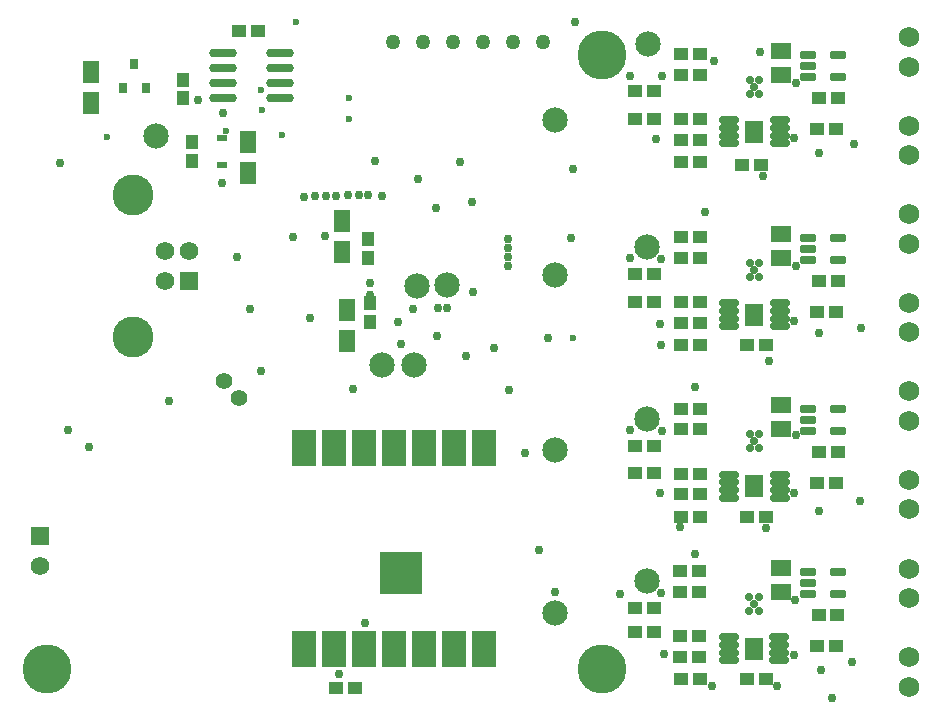
<source format=gbs>
G04*
G04 #@! TF.GenerationSoftware,Altium Limited,Altium Designer,24.8.2 (39)*
G04*
G04 Layer_Color=16711935*
%FSLAX44Y44*%
%MOMM*%
G71*
G04*
G04 #@! TF.SameCoordinates,DE467F84-66AF-4C6A-BC95-973404F0CDF1*
G04*
G04*
G04 #@! TF.FilePolarity,Negative*
G04*
G01*
G75*
%ADD40R,0.8300X0.6300*%
%ADD42C,2.1500*%
%ADD46R,1.1500X1.1000*%
%ADD47R,1.5800X1.9100*%
G04:AMPARAMS|DCode=48|XSize=1.62mm|YSize=0.63mm|CornerRadius=0.135mm|HoleSize=0mm|Usage=FLASHONLY|Rotation=0.000|XOffset=0mm|YOffset=0mm|HoleType=Round|Shape=RoundedRectangle|*
%AMROUNDEDRECTD48*
21,1,1.6200,0.3600,0,0,0.0*
21,1,1.3500,0.6300,0,0,0.0*
1,1,0.2700,0.6750,-0.1800*
1,1,0.2700,-0.6750,-0.1800*
1,1,0.2700,-0.6750,0.1800*
1,1,0.2700,0.6750,0.1800*
%
%ADD48ROUNDEDRECTD48*%
G04:AMPARAMS|DCode=49|XSize=1.31mm|YSize=0.69mm|CornerRadius=0.1238mm|HoleSize=0mm|Usage=FLASHONLY|Rotation=0.000|XOffset=0mm|YOffset=0mm|HoleType=Round|Shape=RoundedRectangle|*
%AMROUNDEDRECTD49*
21,1,1.3100,0.4425,0,0,0.0*
21,1,1.0625,0.6900,0,0,0.0*
1,1,0.2475,0.5313,-0.2213*
1,1,0.2475,-0.5313,-0.2213*
1,1,0.2475,-0.5313,0.2213*
1,1,0.2475,0.5313,0.2213*
%
%ADD49ROUNDEDRECTD49*%
%ADD50R,1.1000X1.1500*%
%ADD53R,1.7502X1.4200*%
%ADD54R,1.3800X1.9500*%
%ADD57C,4.1500*%
%ADD58C,1.2700*%
%ADD59C,1.7500*%
%ADD60C,1.5780*%
%ADD61R,1.5780X1.5780*%
%ADD62C,3.4660*%
%ADD63R,1.5700X1.5700*%
%ADD64C,1.5700*%
%ADD65C,0.6000*%
%ADD66C,0.7500*%
%ADD67C,1.4200*%
%ADD68C,0.7000*%
%ADD89R,0.8000X0.9000*%
%ADD90R,1.0582X1.3061*%
%ADD91R,2.1000X3.1000*%
%ADD92R,2.1000X3.1000*%
%ADD93R,3.6500X3.6500*%
%ADD94O,2.3500X0.7500*%
D40*
X178000Y466850D02*
D03*
Y489150D02*
D03*
D42*
X539000Y569000D02*
D03*
X368629Y364767D02*
D03*
X460000Y505000D02*
D03*
Y373534D02*
D03*
Y225000D02*
D03*
Y87255D02*
D03*
X343000Y364000D02*
D03*
X341000Y297000D02*
D03*
X314000D02*
D03*
X538000Y252000D02*
D03*
X537779Y114255D02*
D03*
X538000Y397000D02*
D03*
X122000Y491000D02*
D03*
D46*
X582500Y487750D02*
D03*
X566500D02*
D03*
X544000Y374000D02*
D03*
X528000D02*
D03*
X566500Y405250D02*
D03*
X582500D02*
D03*
X291000Y24000D02*
D03*
X275000D02*
D03*
X697779Y59255D02*
D03*
X681779D02*
D03*
X527932Y71240D02*
D03*
X543932D02*
D03*
X683279Y85506D02*
D03*
X699279D02*
D03*
X527779Y91255D02*
D03*
X543779D02*
D03*
X566278Y50005D02*
D03*
X582279D02*
D03*
X582279Y122506D02*
D03*
X566279D02*
D03*
X622779Y31256D02*
D03*
X638778D02*
D03*
X566278Y67505D02*
D03*
X582279D02*
D03*
X582779Y31256D02*
D03*
X566779D02*
D03*
X566278Y105006D02*
D03*
X582279D02*
D03*
X566500Y260250D02*
D03*
X582500D02*
D03*
X618849Y467000D02*
D03*
X634849D02*
D03*
X544000Y229000D02*
D03*
X528000D02*
D03*
X544000Y206000D02*
D03*
X528000D02*
D03*
Y529000D02*
D03*
X544000D02*
D03*
X528000Y506000D02*
D03*
X544000D02*
D03*
X682000Y197000D02*
D03*
X698000D02*
D03*
X699500Y223250D02*
D03*
X683500D02*
D03*
X582500Y560250D02*
D03*
X566500D02*
D03*
X683500Y523250D02*
D03*
X699500D02*
D03*
X698000Y497000D02*
D03*
X682000D02*
D03*
X582500Y187750D02*
D03*
X566500D02*
D03*
X639000Y169000D02*
D03*
X623000D02*
D03*
X566500Y542750D02*
D03*
X582500D02*
D03*
Y242750D02*
D03*
X566500D02*
D03*
X567000Y169000D02*
D03*
X583000D02*
D03*
X582500Y205250D02*
D03*
X566500D02*
D03*
Y332750D02*
D03*
X582500D02*
D03*
X566500Y350250D02*
D03*
X582500D02*
D03*
X583000Y314000D02*
D03*
X567000D02*
D03*
X528000Y351000D02*
D03*
X544000D02*
D03*
X566500Y387750D02*
D03*
X582500D02*
D03*
X583000Y469000D02*
D03*
X567000D02*
D03*
X566500Y505250D02*
D03*
X582500D02*
D03*
X623000Y314000D02*
D03*
X639000D02*
D03*
X698000Y342000D02*
D03*
X682000D02*
D03*
X683500Y368250D02*
D03*
X699500D02*
D03*
X209000Y580000D02*
D03*
X193000D02*
D03*
D47*
X628628Y57088D02*
D03*
X628849Y194833D02*
D03*
Y339833D02*
D03*
Y494833D02*
D03*
D48*
X650128Y47338D02*
D03*
Y53838D02*
D03*
Y60338D02*
D03*
Y66838D02*
D03*
X607128D02*
D03*
Y60338D02*
D03*
Y53838D02*
D03*
Y47338D02*
D03*
X650349Y185083D02*
D03*
Y191583D02*
D03*
Y198083D02*
D03*
Y204583D02*
D03*
X607349D02*
D03*
Y198083D02*
D03*
Y191583D02*
D03*
Y185083D02*
D03*
X650349Y330083D02*
D03*
Y336583D02*
D03*
Y343083D02*
D03*
Y349583D02*
D03*
X607349D02*
D03*
Y343083D02*
D03*
Y336583D02*
D03*
Y330083D02*
D03*
X650349Y485083D02*
D03*
Y491583D02*
D03*
Y498083D02*
D03*
Y504583D02*
D03*
X607349D02*
D03*
Y498083D02*
D03*
Y491583D02*
D03*
Y485083D02*
D03*
D49*
X699590Y103288D02*
D03*
Y122289D02*
D03*
X674490D02*
D03*
Y112788D02*
D03*
Y103288D02*
D03*
X699811Y386033D02*
D03*
Y405033D02*
D03*
X674712D02*
D03*
Y395533D02*
D03*
Y386033D02*
D03*
Y541033D02*
D03*
Y550533D02*
D03*
Y560033D02*
D03*
X699811D02*
D03*
Y541033D02*
D03*
Y241033D02*
D03*
Y260033D02*
D03*
X674712D02*
D03*
Y250533D02*
D03*
Y241033D02*
D03*
D50*
X302000Y403800D02*
D03*
Y387800D02*
D03*
X303416Y333779D02*
D03*
Y349779D02*
D03*
X145000Y539000D02*
D03*
Y523000D02*
D03*
D53*
X651117Y105345D02*
D03*
Y125666D02*
D03*
X651338Y263410D02*
D03*
Y243090D02*
D03*
Y543090D02*
D03*
Y563410D02*
D03*
Y408410D02*
D03*
Y388090D02*
D03*
D54*
X284000Y317800D02*
D03*
Y344000D02*
D03*
X280000Y392900D02*
D03*
Y419100D02*
D03*
X200000Y459900D02*
D03*
Y486100D02*
D03*
X67000Y518900D02*
D03*
Y545100D02*
D03*
D57*
X30000Y40000D02*
D03*
X500000D02*
D03*
Y560000D02*
D03*
D58*
X449600Y571000D02*
D03*
X424200D02*
D03*
X398800D02*
D03*
X373400D02*
D03*
X348000D02*
D03*
X322600D02*
D03*
D59*
X760000Y25000D02*
D03*
Y50000D02*
D03*
Y175000D02*
D03*
Y200000D02*
D03*
Y325000D02*
D03*
Y350000D02*
D03*
Y475000D02*
D03*
Y500000D02*
D03*
Y100000D02*
D03*
Y125000D02*
D03*
Y250000D02*
D03*
Y275000D02*
D03*
Y400000D02*
D03*
Y425000D02*
D03*
Y550000D02*
D03*
Y575000D02*
D03*
D60*
X150000Y393700D02*
D03*
X130000D02*
D03*
Y368700D02*
D03*
D61*
X150000D02*
D03*
D62*
X102900Y441400D02*
D03*
Y321000D02*
D03*
D63*
X24000Y152700D02*
D03*
D64*
Y127300D02*
D03*
D65*
X229000Y492000D02*
D03*
X81000Y490000D02*
D03*
X241000Y588000D02*
D03*
X286000Y506000D02*
D03*
X285613Y523500D02*
D03*
X212000Y513000D02*
D03*
X211000Y530000D02*
D03*
X475000Y320000D02*
D03*
X182000Y495820D02*
D03*
D66*
X361055Y345420D02*
D03*
X253000Y337000D02*
D03*
X211000Y292000D02*
D03*
X344444Y455000D02*
D03*
X447000Y141000D02*
D03*
X434857Y222441D02*
D03*
X552516Y52993D02*
D03*
X460000Y105000D02*
D03*
X566279Y160000D02*
D03*
X420000Y381000D02*
D03*
X473888Y405000D02*
D03*
X475000Y463000D02*
D03*
X477000Y588000D02*
D03*
X454000Y320000D02*
D03*
X550000Y314000D02*
D03*
X368629Y345682D02*
D03*
X265000Y406452D02*
D03*
X636000Y457000D02*
D03*
X330000Y315000D02*
D03*
X277000Y36000D02*
D03*
X238286Y406000D02*
D03*
X587000Y427000D02*
D03*
X684000Y476434D02*
D03*
X713000Y484000D02*
D03*
X662579Y489216D02*
D03*
X663865Y535994D02*
D03*
X662579Y334216D02*
D03*
X719000Y329000D02*
D03*
X718000Y182000D02*
D03*
X592779Y25286D02*
D03*
X647779D02*
D03*
X695000Y15000D02*
D03*
X685000Y38689D02*
D03*
X662357Y51471D02*
D03*
X663312Y98195D02*
D03*
X662579Y189216D02*
D03*
X257000Y440367D02*
D03*
X266000D02*
D03*
X274895Y440158D02*
D03*
X247680Y439720D02*
D03*
X359444Y430000D02*
D03*
X420000Y396000D02*
D03*
Y388730D02*
D03*
Y403800D02*
D03*
X385016Y305000D02*
D03*
X339730Y345000D02*
D03*
X47571Y242500D02*
D03*
X421000Y276000D02*
D03*
X289134Y277000D02*
D03*
X639000Y159266D02*
D03*
X408224Y311876D02*
D03*
X303352Y367066D02*
D03*
X191000Y389000D02*
D03*
X202000Y345000D02*
D03*
X391000Y359000D02*
D03*
X299000Y79000D02*
D03*
X712000Y46000D02*
D03*
X578295Y137000D02*
D03*
X683500Y174000D02*
D03*
X524000Y387750D02*
D03*
X549484Y386713D02*
D03*
X578516Y278638D02*
D03*
X641000Y301000D02*
D03*
X683864Y324018D02*
D03*
X360000Y322000D02*
D03*
X380000Y469000D02*
D03*
X701934Y368250D02*
D03*
X700000Y223250D02*
D03*
X699279Y85506D02*
D03*
X514779Y103256D02*
D03*
X550279Y103969D02*
D03*
X701273Y523250D02*
D03*
X664000Y237745D02*
D03*
X663842Y380943D02*
D03*
X545684Y488882D02*
D03*
X524000Y242000D02*
D03*
X550500Y541713D02*
D03*
X595000Y555000D02*
D03*
X524000Y541713D02*
D03*
X633849Y562307D02*
D03*
X549000Y188882D02*
D03*
X550500Y241713D02*
D03*
X549000Y332000D02*
D03*
X179000Y511000D02*
D03*
X66000Y228000D02*
D03*
X133000Y267000D02*
D03*
X41000Y468000D02*
D03*
X178000Y451000D02*
D03*
X303416Y356970D02*
D03*
X327000Y334000D02*
D03*
X308000Y470000D02*
D03*
X158000Y522000D02*
D03*
X314000Y440000D02*
D03*
X302000Y441000D02*
D03*
X294000D02*
D03*
X285000D02*
D03*
X390000Y435000D02*
D03*
D67*
X193000Y269000D02*
D03*
X180000Y284000D02*
D03*
D68*
X628628Y57088D02*
D03*
X624628Y51088D02*
D03*
X632628D02*
D03*
Y63088D02*
D03*
X624628D02*
D03*
X628849Y194833D02*
D03*
X624849Y188833D02*
D03*
X632849D02*
D03*
Y200833D02*
D03*
X624849D02*
D03*
X628849Y339833D02*
D03*
X624849Y333833D02*
D03*
X632849D02*
D03*
Y345833D02*
D03*
X624849D02*
D03*
X628849Y494833D02*
D03*
X624849Y488833D02*
D03*
X632849D02*
D03*
Y500833D02*
D03*
X624849D02*
D03*
X628628Y95000D02*
D03*
X624628Y101000D02*
D03*
X632628D02*
D03*
Y89000D02*
D03*
X624628D02*
D03*
X628849Y232745D02*
D03*
X624849Y238745D02*
D03*
X632849D02*
D03*
Y226745D02*
D03*
X624849D02*
D03*
X628849Y377745D02*
D03*
X624849Y383745D02*
D03*
X632849D02*
D03*
Y371745D02*
D03*
X624849D02*
D03*
X628849Y532744D02*
D03*
X624849Y538745D02*
D03*
X632849D02*
D03*
Y526744D02*
D03*
X624849D02*
D03*
D89*
X104000Y552000D02*
D03*
X94500Y532000D02*
D03*
X113500D02*
D03*
D90*
X153000Y485761D02*
D03*
Y470239D02*
D03*
D91*
X247800Y227000D02*
D03*
D92*
X324000D02*
D03*
X298600D02*
D03*
X273200D02*
D03*
X349400D02*
D03*
X374800D02*
D03*
X400200D02*
D03*
X247800Y57000D02*
D03*
X273200D02*
D03*
X298600D02*
D03*
X349400D02*
D03*
X374800D02*
D03*
X400200D02*
D03*
X324000D02*
D03*
D93*
X330000Y121000D02*
D03*
D94*
X179000Y522950D02*
D03*
Y535650D02*
D03*
Y548350D02*
D03*
Y561050D02*
D03*
X227000Y522950D02*
D03*
Y535650D02*
D03*
Y548350D02*
D03*
Y561050D02*
D03*
M02*

</source>
